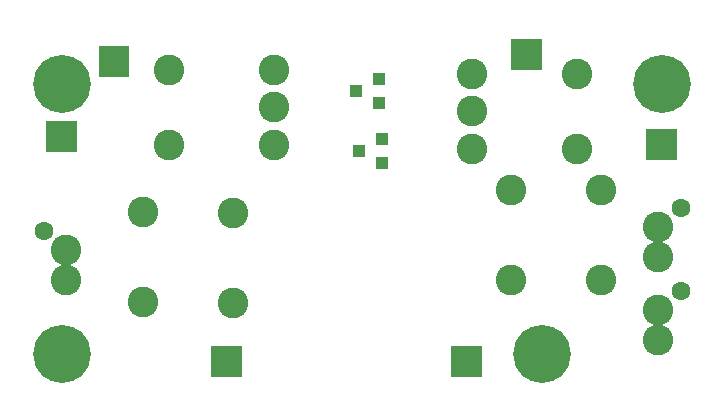
<source format=gbr>
%FSLAX34Y34*%
%MOMM*%
%LNSOLDERMASK_TOP*%
G71*
G01*
%ADD10C,2.600*%
%ADD11C,2.600*%
%ADD12C,4.900*%
%ADD13R,1.100X1.000*%
%ADD14C,1.600*%
%LPD*%
X120067Y160766D02*
G54D10*
D03*
X120017Y84516D02*
G54D10*
D03*
X120067Y160766D02*
G54D11*
D03*
X196258Y160692D02*
G54D10*
D03*
X120008Y160742D02*
G54D10*
D03*
X196258Y160692D02*
G54D11*
D03*
X196258Y160692D02*
G54D10*
D03*
X196208Y84442D02*
G54D10*
D03*
X196258Y160692D02*
G54D11*
D03*
X431217Y179816D02*
G54D10*
D03*
X431167Y103566D02*
G54D10*
D03*
X431217Y179816D02*
G54D11*
D03*
X507408Y179742D02*
G54D10*
D03*
X431158Y179792D02*
G54D10*
D03*
X507408Y179742D02*
G54D11*
D03*
X507408Y179742D02*
G54D10*
D03*
X507358Y103492D02*
G54D10*
D03*
X507408Y179742D02*
G54D11*
D03*
X54423Y129061D02*
G54D10*
D03*
X54423Y103661D02*
G54D10*
D03*
X556073Y148111D02*
G54D10*
D03*
X556073Y122711D02*
G54D10*
D03*
X556073Y78261D02*
G54D10*
D03*
X556073Y52861D02*
G54D10*
D03*
X141650Y281373D02*
G54D10*
D03*
X141650Y217873D02*
G54D10*
D03*
X230550Y281373D02*
G54D10*
D03*
X230550Y249623D02*
G54D10*
D03*
X230550Y217873D02*
G54D10*
D03*
X487090Y214580D02*
G54D10*
D03*
X487090Y278080D02*
G54D10*
D03*
X398190Y214580D02*
G54D10*
D03*
X398190Y246330D02*
G54D10*
D03*
X398190Y278080D02*
G54D10*
D03*
X50800Y269200D02*
G54D12*
D03*
X558800Y269200D02*
G54D12*
D03*
X50800Y40600D02*
G54D12*
D03*
X457200Y40600D02*
G54D12*
D03*
G36*
X37800Y237800D02*
X63800Y237800D01*
X63800Y211800D01*
X37800Y211800D01*
X37800Y237800D01*
G37*
G36*
X177500Y47300D02*
X203500Y47300D01*
X203500Y21300D01*
X177500Y21300D01*
X177500Y47300D01*
G37*
G36*
X380700Y47300D02*
X406700Y47300D01*
X406700Y21300D01*
X380700Y21300D01*
X380700Y47300D01*
G37*
G36*
X431500Y307650D02*
X457500Y307650D01*
X457500Y281650D01*
X431500Y281650D01*
X431500Y307650D01*
G37*
G36*
X82250Y301300D02*
X108250Y301300D01*
X108250Y275300D01*
X82250Y275300D01*
X82250Y301300D01*
G37*
G36*
X545800Y231450D02*
X571800Y231450D01*
X571800Y205450D01*
X545800Y205450D01*
X545800Y231450D01*
G37*
X319767Y253344D02*
G54D13*
D03*
X319767Y273344D02*
G54D13*
D03*
X299767Y263344D02*
G54D13*
D03*
X322312Y202730D02*
G54D13*
D03*
X322312Y222730D02*
G54D13*
D03*
X302312Y212730D02*
G54D13*
D03*
X35700Y145210D02*
G54D14*
D03*
X575450Y164260D02*
G54D14*
D03*
X575450Y94410D02*
G54D14*
D03*
M02*

</source>
